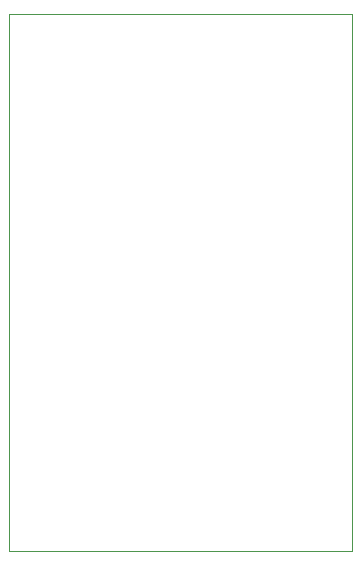
<source format=gbr>
%TF.GenerationSoftware,KiCad,Pcbnew,7.0.7*%
%TF.CreationDate,2024-04-29T21:33:31+09:00*%
%TF.ProjectId,l298n,6c323938-6e2e-46b6-9963-61645f706362,rev?*%
%TF.SameCoordinates,Original*%
%TF.FileFunction,Profile,NP*%
%FSLAX46Y46*%
G04 Gerber Fmt 4.6, Leading zero omitted, Abs format (unit mm)*
G04 Created by KiCad (PCBNEW 7.0.7) date 2024-04-29 21:33:31*
%MOMM*%
%LPD*%
G01*
G04 APERTURE LIST*
%TA.AperFunction,Profile*%
%ADD10C,0.100000*%
%TD*%
G04 APERTURE END LIST*
D10*
X107390000Y-79180000D02*
X136440000Y-79180000D01*
X136440000Y-124620000D01*
X107390000Y-124620000D01*
X107390000Y-79180000D01*
M02*

</source>
